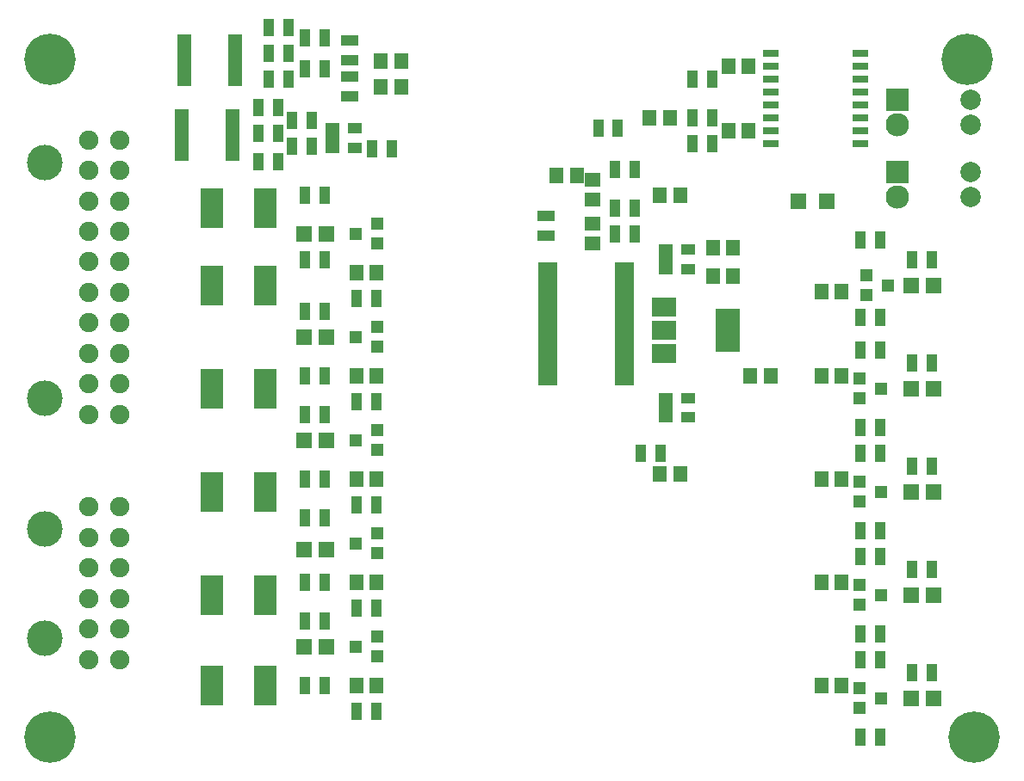
<source format=gts>
G04 #@! TF.FileFunction,Soldermask,Top*
%FSLAX46Y46*%
G04 Gerber Fmt 4.6, Leading zero omitted, Abs format (unit mm)*
G04 Created by KiCad (PCBNEW 4.0.7-e2-6376~58~ubuntu14.04.1) date Fri Jan 12 06:41:16 2018*
%MOMM*%
%LPD*%
G01*
G04 APERTURE LIST*
%ADD10C,0.100000*%
%ADD11C,1.900000*%
%ADD12C,3.500000*%
%ADD13R,1.400000X1.650000*%
%ADD14R,2.300000X2.300000*%
%ADD15C,2.300000*%
%ADD16C,2.000000*%
%ADD17R,1.100000X1.700000*%
%ADD18R,1.400000X0.700000*%
%ADD19R,1.460000X1.050000*%
%ADD20R,1.600000X0.700000*%
%ADD21R,1.650000X1.400000*%
%ADD22R,1.600000X1.600000*%
%ADD23R,2.180000X3.900000*%
%ADD24R,2.400000X4.200000*%
%ADD25R,2.400000X1.900000*%
%ADD26R,1.300000X1.200000*%
%ADD27R,1.700000X1.100000*%
%ADD28R,1.900000X0.650000*%
%ADD29C,5.048200*%
G04 APERTURE END LIST*
D10*
D11*
X82375000Y-106680000D03*
X79375000Y-106680000D03*
X79375000Y-103680000D03*
X82375000Y-103680000D03*
X82375000Y-100680000D03*
X79375000Y-100680000D03*
X79375000Y-97680000D03*
X82375000Y-97680000D03*
X82375000Y-94680000D03*
X79375000Y-94680000D03*
X79375000Y-91680000D03*
X82375000Y-91680000D03*
D12*
X75055000Y-105080000D03*
D11*
X82375000Y-88680000D03*
X79375000Y-88680000D03*
X79375000Y-85680000D03*
X82375000Y-85680000D03*
X82375000Y-82680000D03*
X79375000Y-82680000D03*
X82375000Y-79680000D03*
X79375000Y-79680000D03*
D12*
X75055000Y-81880000D03*
D13*
X144256000Y-78740000D03*
X142256000Y-78740000D03*
X144256000Y-72390000D03*
X142256000Y-72390000D03*
D14*
X158877000Y-82804000D03*
D15*
X158877000Y-85304000D03*
D16*
X166057000Y-82804000D03*
X166057000Y-85304000D03*
D14*
X158877000Y-75692000D03*
D15*
X158877000Y-78192000D03*
D16*
X166057000Y-75692000D03*
X166057000Y-78192000D03*
D17*
X97094000Y-68580000D03*
X98994000Y-68580000D03*
X100650000Y-69596000D03*
X102550000Y-69596000D03*
X97094000Y-71120000D03*
X98994000Y-71120000D03*
X100650000Y-72644000D03*
X102550000Y-72644000D03*
X97094000Y-73660000D03*
X98994000Y-73660000D03*
X96078000Y-76454000D03*
X97978000Y-76454000D03*
X99380000Y-77724000D03*
X101280000Y-77724000D03*
X96078000Y-78994000D03*
X97978000Y-78994000D03*
X99380000Y-80264000D03*
X101280000Y-80264000D03*
X96078000Y-81788000D03*
X97978000Y-81788000D03*
X109154000Y-80518000D03*
X107254000Y-80518000D03*
D18*
X88726000Y-74041000D03*
X93726000Y-69596000D03*
X93726000Y-70231000D03*
X93726000Y-70866000D03*
X93726000Y-71501000D03*
X93726000Y-72136000D03*
X93726000Y-72771000D03*
X93726000Y-73406000D03*
X93726000Y-74041000D03*
X88726000Y-73406000D03*
X88726000Y-72771000D03*
X88726000Y-72136000D03*
X88726000Y-71501000D03*
X88726000Y-70866000D03*
X88726000Y-70231000D03*
X88726000Y-69596000D03*
X88472000Y-81407000D03*
X93472000Y-76962000D03*
X93472000Y-77597000D03*
X93472000Y-78232000D03*
X93472000Y-78867000D03*
X93472000Y-79502000D03*
X93472000Y-80137000D03*
X93472000Y-80772000D03*
X93472000Y-81407000D03*
X88472000Y-80772000D03*
X88472000Y-80137000D03*
X88472000Y-79502000D03*
X88472000Y-78867000D03*
X88472000Y-78232000D03*
X88472000Y-77597000D03*
X88472000Y-76962000D03*
D19*
X103294000Y-78552000D03*
X103294000Y-79502000D03*
X103294000Y-80452000D03*
X105494000Y-80452000D03*
X105494000Y-78552000D03*
D11*
X82375000Y-130810000D03*
X79375000Y-130810000D03*
X79375000Y-127810000D03*
X82375000Y-127810000D03*
D12*
X75055000Y-128710000D03*
D11*
X82375000Y-124810000D03*
X79375000Y-124810000D03*
X79375000Y-121810000D03*
X82375000Y-121810000D03*
X82375000Y-118810000D03*
X79375000Y-118810000D03*
X82375000Y-115810000D03*
X79375000Y-115810000D03*
D12*
X75055000Y-118010000D03*
D20*
X146394000Y-71120000D03*
X155194000Y-80010000D03*
X155194000Y-78740000D03*
X155194000Y-77470000D03*
X155194000Y-76200000D03*
X155194000Y-74930000D03*
X155194000Y-73660000D03*
X155194000Y-72390000D03*
X155194000Y-71120000D03*
X146394000Y-72390000D03*
X146394000Y-73660000D03*
X146394000Y-74930000D03*
X146394000Y-76200000D03*
X146394000Y-77470000D03*
X146394000Y-78740000D03*
X146394000Y-80010000D03*
D13*
X135525000Y-112522000D03*
X137525000Y-112522000D03*
X125365000Y-83185000D03*
X127365000Y-83185000D03*
X135525000Y-85090000D03*
X137525000Y-85090000D03*
D21*
X128905000Y-89900000D03*
X128905000Y-87900000D03*
D13*
X108093000Y-74422000D03*
X110093000Y-74422000D03*
X140732000Y-93091000D03*
X142732000Y-93091000D03*
X136509000Y-77470000D03*
X134509000Y-77470000D03*
D21*
X128905000Y-85582000D03*
X128905000Y-83582000D03*
D13*
X140732000Y-90297000D03*
X142732000Y-90297000D03*
X108093000Y-71882000D03*
X110093000Y-71882000D03*
X144415000Y-102870000D03*
X146415000Y-102870000D03*
X105680000Y-102870000D03*
X107680000Y-102870000D03*
X105680000Y-113030000D03*
X107680000Y-113030000D03*
X107680000Y-123190000D03*
X105680000Y-123190000D03*
X105680000Y-133350000D03*
X107680000Y-133350000D03*
X153400000Y-133350000D03*
X151400000Y-133350000D03*
X153400000Y-123190000D03*
X151400000Y-123190000D03*
X153400000Y-113030000D03*
X151400000Y-113030000D03*
X153400000Y-102870000D03*
X151400000Y-102870000D03*
X151400000Y-94615000D03*
X153400000Y-94615000D03*
X105680000Y-92710000D03*
X107680000Y-92710000D03*
D22*
X149095000Y-85725000D03*
X151895000Y-85725000D03*
X102700000Y-99060000D03*
X100500000Y-99060000D03*
X102700000Y-109220000D03*
X100500000Y-109220000D03*
X102700000Y-120015000D03*
X100500000Y-120015000D03*
X102700000Y-129540000D03*
X100500000Y-129540000D03*
X160190000Y-134620000D03*
X162390000Y-134620000D03*
X160190000Y-124460000D03*
X162390000Y-124460000D03*
X160190000Y-114300000D03*
X162390000Y-114300000D03*
X160190000Y-104140000D03*
X162390000Y-104140000D03*
X160190000Y-93980000D03*
X162390000Y-93980000D03*
X102700000Y-88900000D03*
X100500000Y-88900000D03*
D23*
X96720000Y-86360000D03*
X91440000Y-86360000D03*
X96720000Y-93980000D03*
X91440000Y-93980000D03*
X96720000Y-104140000D03*
X91440000Y-104140000D03*
X96720000Y-114300000D03*
X91440000Y-114300000D03*
X96720000Y-124460000D03*
X91440000Y-124460000D03*
X96720000Y-133350000D03*
X91440000Y-133350000D03*
D24*
X142215000Y-98425000D03*
D25*
X135915000Y-98425000D03*
X135915000Y-100725000D03*
X135915000Y-96125000D03*
D26*
X107730000Y-100010000D03*
X107730000Y-98110000D03*
X105630000Y-99060000D03*
X107730000Y-110170000D03*
X107730000Y-108270000D03*
X105630000Y-109220000D03*
X107730000Y-120330000D03*
X107730000Y-118430000D03*
X105630000Y-119380000D03*
X107730000Y-130490000D03*
X107730000Y-128590000D03*
X105630000Y-129540000D03*
X155160000Y-133670000D03*
X155160000Y-135570000D03*
X157260000Y-134620000D03*
X155160000Y-123510000D03*
X155160000Y-125410000D03*
X157260000Y-124460000D03*
X155160000Y-113350000D03*
X155160000Y-115250000D03*
X157260000Y-114300000D03*
X155160000Y-103190000D03*
X155160000Y-105090000D03*
X157260000Y-104140000D03*
X155795000Y-93030000D03*
X155795000Y-94930000D03*
X157895000Y-93980000D03*
X107730000Y-89850000D03*
X107730000Y-87950000D03*
X105630000Y-88900000D03*
D17*
X133670000Y-110490000D03*
X135570000Y-110490000D03*
D27*
X124333000Y-87188000D03*
X124333000Y-89088000D03*
X105029000Y-73472000D03*
X105029000Y-75372000D03*
X105029000Y-71816000D03*
X105029000Y-69916000D03*
D17*
X131130000Y-82550000D03*
X133030000Y-82550000D03*
X129479000Y-78486000D03*
X131379000Y-78486000D03*
X131130000Y-86360000D03*
X133030000Y-86360000D03*
X140650000Y-80010000D03*
X138750000Y-80010000D03*
X138750000Y-77470000D03*
X140650000Y-77470000D03*
X140650000Y-73660000D03*
X138750000Y-73660000D03*
X131130000Y-88900000D03*
X133030000Y-88900000D03*
X102550000Y-102870000D03*
X100650000Y-102870000D03*
X102550000Y-96520000D03*
X100650000Y-96520000D03*
X107630000Y-105410000D03*
X105730000Y-105410000D03*
X102550000Y-113030000D03*
X100650000Y-113030000D03*
X102550000Y-106680000D03*
X100650000Y-106680000D03*
X107630000Y-115570000D03*
X105730000Y-115570000D03*
X102550000Y-123190000D03*
X100650000Y-123190000D03*
X102550000Y-116840000D03*
X100650000Y-116840000D03*
X107630000Y-125730000D03*
X105730000Y-125730000D03*
X102550000Y-133350000D03*
X100650000Y-133350000D03*
X102550000Y-127000000D03*
X100650000Y-127000000D03*
X107630000Y-135890000D03*
X105730000Y-135890000D03*
X162240000Y-132080000D03*
X160340000Y-132080000D03*
X155260000Y-138430000D03*
X157160000Y-138430000D03*
X155260000Y-130810000D03*
X157160000Y-130810000D03*
X162240000Y-121920000D03*
X160340000Y-121920000D03*
X155260000Y-128270000D03*
X157160000Y-128270000D03*
X155260000Y-120650000D03*
X157160000Y-120650000D03*
X162240000Y-111760000D03*
X160340000Y-111760000D03*
X155260000Y-118110000D03*
X157160000Y-118110000D03*
X155260000Y-110490000D03*
X157160000Y-110490000D03*
X162240000Y-101600000D03*
X160340000Y-101600000D03*
X155260000Y-107950000D03*
X157160000Y-107950000D03*
X155260000Y-100330000D03*
X157160000Y-100330000D03*
X162240000Y-91440000D03*
X160340000Y-91440000D03*
X155260000Y-97155000D03*
X157160000Y-97155000D03*
X155260000Y-89535000D03*
X157160000Y-89535000D03*
X102550000Y-91440000D03*
X100650000Y-91440000D03*
X102550000Y-85090000D03*
X100650000Y-85090000D03*
X107630000Y-95250000D03*
X105730000Y-95250000D03*
D28*
X131985000Y-103540000D03*
X124520000Y-92040000D03*
X124520000Y-92540000D03*
X124520000Y-93040000D03*
X124520000Y-93540000D03*
X124520000Y-94040000D03*
X124520000Y-94540000D03*
X124520000Y-95040000D03*
X124520000Y-95540000D03*
X124520000Y-96040000D03*
X124520000Y-96540000D03*
X124520000Y-97040000D03*
X124520000Y-97540000D03*
X124520000Y-98040000D03*
X124520000Y-98540000D03*
X124520000Y-99040000D03*
X124520000Y-99540000D03*
X124520000Y-100040000D03*
X124520000Y-100540000D03*
X124520000Y-101040000D03*
X124520000Y-101540000D03*
X124520000Y-102040000D03*
X124520000Y-102540000D03*
X124520000Y-103040000D03*
X124520000Y-103540000D03*
X131985000Y-103040000D03*
X131985000Y-102540000D03*
X131985000Y-102040000D03*
X131985000Y-101540000D03*
X131985000Y-101040000D03*
X131985000Y-100540000D03*
X131985000Y-100040000D03*
X131985000Y-99540000D03*
X131985000Y-99040000D03*
X131985000Y-98540000D03*
X131985000Y-98040000D03*
X131985000Y-97540000D03*
X131985000Y-97040000D03*
X131985000Y-96540000D03*
X131985000Y-96040000D03*
X131985000Y-95540000D03*
X131985000Y-95040000D03*
X131985000Y-94540000D03*
X131985000Y-94040000D03*
X131985000Y-93540000D03*
X131985000Y-93040000D03*
X131985000Y-92540000D03*
X131985000Y-92040000D03*
D19*
X136060000Y-105095000D03*
X136060000Y-106045000D03*
X136060000Y-106995000D03*
X138260000Y-106995000D03*
X138260000Y-105095000D03*
X136060000Y-90490000D03*
X136060000Y-91440000D03*
X136060000Y-92390000D03*
X138260000Y-92390000D03*
X138260000Y-90490000D03*
D29*
X75565000Y-138430000D03*
X166370000Y-138430000D03*
X75565000Y-71755000D03*
X165735000Y-71755000D03*
M02*

</source>
